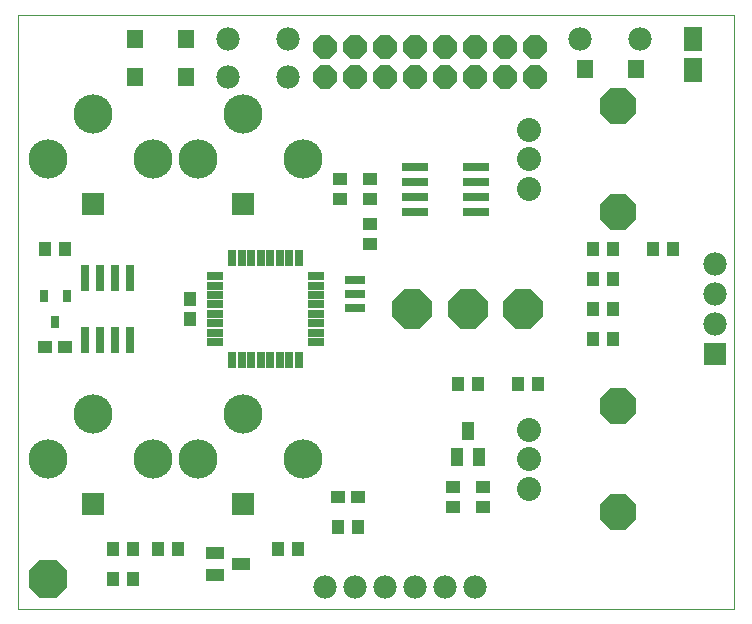
<source format=gts>
G75*
G70*
%OFA0B0*%
%FSLAX24Y24*%
%IPPOS*%
%LPD*%
%AMOC8*
5,1,8,0,0,1.08239X$1,22.5*
%
%ADD10C,0.0000*%
%ADD11R,0.0906X0.0276*%
%ADD12R,0.0434X0.0473*%
%ADD13C,0.0800*%
%ADD14OC8,0.1221*%
%ADD15OC8,0.1306*%
%ADD16R,0.0540X0.0260*%
%ADD17R,0.0260X0.0540*%
%ADD18R,0.0709X0.0316*%
%ADD19C,0.0780*%
%ADD20R,0.0473X0.0434*%
%ADD21R,0.0434X0.0591*%
%ADD22R,0.0591X0.0434*%
%ADD23R,0.0540X0.0619*%
%ADD24OC8,0.0780*%
%ADD25R,0.0631X0.0827*%
%ADD26OC8,0.1280*%
%ADD27R,0.0749X0.0749*%
%ADD28C,0.1306*%
%ADD29R,0.0280X0.0910*%
%ADD30R,0.0316X0.0434*%
%ADD31R,0.0780X0.0780*%
D10*
X003791Y000319D02*
X027661Y000319D01*
X027661Y020119D01*
X003791Y020119D01*
X003791Y000319D01*
D11*
X017018Y013569D03*
X017018Y014069D03*
X017018Y014569D03*
X017018Y015069D03*
X019065Y015069D03*
X019065Y014569D03*
X019065Y014069D03*
X019065Y013569D03*
D12*
X022957Y012319D03*
X023626Y012319D03*
X023626Y011319D03*
X022957Y011319D03*
X022957Y010319D03*
X023626Y010319D03*
X023626Y009319D03*
X022957Y009319D03*
X021126Y007819D03*
X020457Y007819D03*
X019126Y007819D03*
X018457Y007819D03*
X015126Y003069D03*
X014457Y003069D03*
X013126Y002319D03*
X012457Y002319D03*
X009126Y002319D03*
X008457Y002319D03*
X007626Y002319D03*
X006957Y002319D03*
X006957Y001319D03*
X007626Y001319D03*
X009541Y009984D03*
X009541Y010653D03*
X005376Y012319D03*
X004707Y012319D03*
X024957Y012319D03*
X025626Y012319D03*
D13*
X020839Y014334D03*
X020839Y015319D03*
X020839Y016303D03*
X020839Y006303D03*
X020839Y005319D03*
X020839Y004334D03*
D14*
X023791Y003547D03*
X023791Y007090D03*
X023791Y013547D03*
X023791Y017090D03*
D15*
X020641Y010319D03*
X018791Y010319D03*
X016941Y010319D03*
D16*
X013731Y010476D03*
X013731Y010161D03*
X013731Y009846D03*
X013731Y009531D03*
X013731Y009216D03*
X013731Y010791D03*
X013731Y011106D03*
X013731Y011421D03*
X010351Y011421D03*
X010351Y011106D03*
X010351Y010791D03*
X010351Y010476D03*
X010351Y010161D03*
X010351Y009846D03*
X010351Y009531D03*
X010351Y009216D03*
D17*
X010939Y008629D03*
X011254Y008629D03*
X011569Y008629D03*
X011884Y008629D03*
X012199Y008629D03*
X012514Y008629D03*
X012829Y008629D03*
X013144Y008629D03*
X013144Y012009D03*
X012829Y012009D03*
X012514Y012009D03*
X012199Y012009D03*
X011884Y012009D03*
X011569Y012009D03*
X011254Y012009D03*
X010939Y012009D03*
D18*
X015041Y011291D03*
X015041Y010819D03*
X015041Y010346D03*
D19*
X012791Y018069D03*
X012791Y019319D03*
X010791Y019319D03*
X010791Y018069D03*
X022541Y019319D03*
X024541Y019319D03*
X027041Y011819D03*
X027041Y010819D03*
X027041Y009819D03*
X019041Y001069D03*
X018041Y001069D03*
X017041Y001069D03*
X016041Y001069D03*
X015041Y001069D03*
X014041Y001069D03*
D20*
X014457Y004069D03*
X015126Y004069D03*
X018291Y004403D03*
X018291Y003734D03*
X019291Y003734D03*
X019291Y004403D03*
X015541Y012484D03*
X015541Y013153D03*
X015541Y013984D03*
X015541Y014653D03*
X014541Y014653D03*
X014541Y013984D03*
X005376Y009069D03*
X004707Y009069D03*
D21*
X018417Y005386D03*
X019165Y005386D03*
X018791Y006252D03*
D22*
X011224Y001819D03*
X010358Y002193D03*
X010358Y001445D03*
D23*
X009388Y018069D03*
X009388Y019319D03*
X007695Y019319D03*
X007695Y018069D03*
X022695Y018319D03*
X024388Y018319D03*
D24*
X021041Y018069D03*
X020041Y018069D03*
X019041Y018069D03*
X018041Y018069D03*
X017041Y018069D03*
X016041Y018069D03*
X015041Y018069D03*
X014041Y018069D03*
X014041Y019069D03*
X015041Y019069D03*
X016041Y019069D03*
X017041Y019069D03*
X018041Y019069D03*
X019041Y019069D03*
X020041Y019069D03*
X021041Y019069D03*
D25*
X026291Y019330D03*
X026291Y018307D03*
D26*
X004791Y001319D03*
D27*
X006291Y003819D03*
X011291Y003819D03*
X011291Y013819D03*
X006291Y013819D03*
D28*
X004791Y015319D03*
X006291Y016819D03*
X008291Y015319D03*
X009791Y015319D03*
X011291Y016819D03*
X013291Y015319D03*
X011291Y006819D03*
X009791Y005319D03*
X008291Y005319D03*
X006291Y006819D03*
X004791Y005319D03*
X013291Y005319D03*
D29*
X007541Y009289D03*
X007041Y009289D03*
X006541Y009289D03*
X006041Y009289D03*
X006041Y011349D03*
X006541Y011349D03*
X007041Y011349D03*
X007541Y011349D03*
D30*
X005415Y010752D03*
X004667Y010752D03*
X005041Y009886D03*
D31*
X027041Y008819D03*
M02*

</source>
